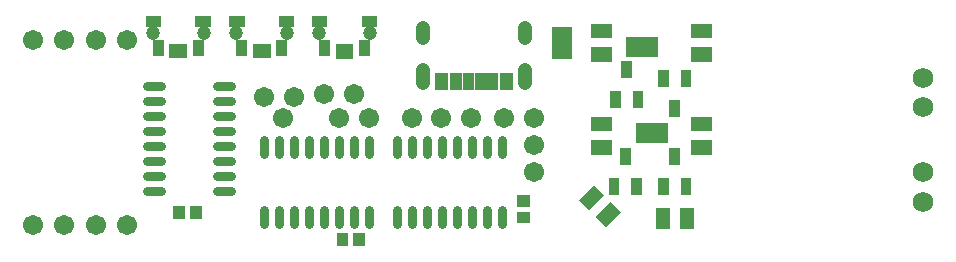
<source format=gts>
G04 Layer: TopSolderMaskLayer*
G04 EasyEDA v6.4.24, 2021-09-25T18:25:05+02:00*
G04 d15503250396465d85bfe37af418053a,f5a38c858c354eb5b90fd3f81420cce3,10*
G04 Gerber Generator version 0.2*
G04 Scale: 100 percent, Rotated: No, Reflected: No *
G04 Dimensions in millimeters *
G04 leading zeros omitted , absolute positions ,4 integer and 5 decimal *
%FSLAX45Y45*%
%MOMM*%

%ADD52C,1.2032*%
%ADD53C,0.8032*%
%ADD54C,1.7032*%
%ADD63R,1.5032X1.2032*%
%ADD64C,1.2000*%
%ADD65C,1.7272*%

%LPD*%
D52*
X4068013Y-184983D02*
G01*
X4068013Y-104983D01*
X4931994Y-184983D02*
G01*
X4931994Y-104983D01*
X4068013Y-569986D02*
G01*
X4068013Y-459986D01*
X4931994Y-569986D02*
G01*
X4931994Y-459986D01*
D53*
X2319980Y-1485900D02*
G01*
X2439979Y-1485900D01*
X2319980Y-1358900D02*
G01*
X2439979Y-1358900D01*
X2319980Y-1231900D02*
G01*
X2439979Y-1231900D01*
X2319980Y-1104900D02*
G01*
X2439979Y-1104900D01*
X2319980Y-977900D02*
G01*
X2439979Y-977900D01*
X2319980Y-850900D02*
G01*
X2439979Y-850900D01*
X2319980Y-723900D02*
G01*
X2439979Y-723900D01*
X2319980Y-596900D02*
G01*
X2439979Y-596900D01*
X1725620Y-1485900D02*
G01*
X1845619Y-1485900D01*
X1725620Y-1358900D02*
G01*
X1845619Y-1358900D01*
X1725620Y-1231900D02*
G01*
X1845619Y-1231900D01*
X1725620Y-1104900D02*
G01*
X1845619Y-1104900D01*
X1725620Y-977900D02*
G01*
X1845619Y-977900D01*
X1725620Y-850900D02*
G01*
X1845619Y-850900D01*
X1725620Y-723900D02*
G01*
X1845619Y-723900D01*
X1725620Y-596900D02*
G01*
X1845619Y-596900D01*
X2717800Y-1646880D02*
G01*
X2717800Y-1766879D01*
X2844800Y-1646880D02*
G01*
X2844800Y-1766879D01*
X2971800Y-1646880D02*
G01*
X2971800Y-1766879D01*
X3098800Y-1646880D02*
G01*
X3098800Y-1766879D01*
X3225800Y-1646880D02*
G01*
X3225800Y-1766879D01*
X3352800Y-1646880D02*
G01*
X3352800Y-1766879D01*
X3479800Y-1646880D02*
G01*
X3479800Y-1766879D01*
X3606800Y-1646880D02*
G01*
X3606800Y-1766879D01*
X2717800Y-1052520D02*
G01*
X2717800Y-1172519D01*
X2844800Y-1052520D02*
G01*
X2844800Y-1172519D01*
X2971800Y-1052520D02*
G01*
X2971800Y-1172519D01*
X3098800Y-1052520D02*
G01*
X3098800Y-1172519D01*
X3225800Y-1052520D02*
G01*
X3225800Y-1172519D01*
X3352800Y-1052520D02*
G01*
X3352800Y-1172519D01*
X3479800Y-1052520D02*
G01*
X3479800Y-1172519D01*
X3606800Y-1052520D02*
G01*
X3606800Y-1172519D01*
X3848100Y-1646880D02*
G01*
X3848100Y-1766879D01*
X3975100Y-1646880D02*
G01*
X3975100Y-1766879D01*
X4102100Y-1646880D02*
G01*
X4102100Y-1766879D01*
X4229100Y-1646880D02*
G01*
X4229100Y-1766879D01*
X4356100Y-1646880D02*
G01*
X4356100Y-1766879D01*
X4483100Y-1646880D02*
G01*
X4483100Y-1766879D01*
X4610100Y-1646880D02*
G01*
X4610100Y-1766879D01*
X4737100Y-1646880D02*
G01*
X4737100Y-1766879D01*
X3848100Y-1052520D02*
G01*
X3848100Y-1172519D01*
X3975100Y-1052520D02*
G01*
X3975100Y-1172519D01*
X4102100Y-1052520D02*
G01*
X4102100Y-1172519D01*
X4229100Y-1052520D02*
G01*
X4229100Y-1172519D01*
X4356100Y-1052520D02*
G01*
X4356100Y-1172519D01*
X4483100Y-1052520D02*
G01*
X4483100Y-1172519D01*
X4610100Y-1052520D02*
G01*
X4610100Y-1172519D01*
X4737100Y-1052520D02*
G01*
X4737100Y-1172519D01*
D54*
G01*
X1028700Y-203200D03*
G01*
X1295400Y-203200D03*
G01*
X762000Y-203200D03*
G01*
X762000Y-1775002D03*
G01*
X1028700Y-1775002D03*
G01*
X1295400Y-1775002D03*
G01*
X1562100Y-1775002D03*
G01*
X1562100Y-203200D03*
G01*
X2717800Y-685800D03*
G01*
X2882900Y-863600D03*
G01*
X2971800Y-685800D03*
G01*
X3225800Y-660400D03*
G01*
X3352800Y-863600D03*
G01*
X3479800Y-660400D03*
G01*
X3606800Y-863600D03*
G01*
X5003800Y-1320800D03*
G01*
X5003800Y-1092200D03*
G01*
X5003800Y-863600D03*
G01*
X4749800Y-863600D03*
G01*
X4470400Y-863600D03*
G01*
X4216400Y-863600D03*
G01*
X3975100Y-863600D03*
G36*
X5160009Y-363728D02*
G01*
X5160009Y-93471D01*
X5330190Y-93471D01*
X5330190Y-363728D01*
G37*
G36*
X1949958Y-1718818D02*
G01*
X1949958Y-1608581D01*
X2050288Y-1608581D01*
X2050288Y-1718818D01*
G37*
G36*
X2089911Y-1718818D02*
G01*
X2089911Y-1608581D01*
X2190241Y-1608581D01*
X2190241Y-1718818D01*
G37*
G36*
X3334258Y-1947418D02*
G01*
X3334258Y-1837181D01*
X3434588Y-1837181D01*
X3434588Y-1947418D01*
G37*
G36*
X3474211Y-1947418D02*
G01*
X3474211Y-1837181D01*
X3574541Y-1837181D01*
X3574541Y-1947418D01*
G37*
G36*
X4859781Y-1618487D02*
G01*
X4859781Y-1518157D01*
X4970018Y-1518157D01*
X4970018Y-1618487D01*
G37*
G36*
X4859781Y-1758442D02*
G01*
X4859781Y-1658112D01*
X4970018Y-1658112D01*
X4970018Y-1758442D01*
G37*
G36*
X5745988Y-531876D02*
G01*
X5745988Y-386587D01*
X5836411Y-386587D01*
X5836411Y-531876D01*
G37*
G36*
X5840984Y-781812D02*
G01*
X5840984Y-636523D01*
X5931408Y-636523D01*
X5931408Y-781812D01*
G37*
G36*
X5650991Y-781812D02*
G01*
X5650991Y-636523D01*
X5741415Y-636523D01*
X5741415Y-781812D01*
G37*
G36*
X5733288Y-1268476D02*
G01*
X5733288Y-1123187D01*
X5823711Y-1123187D01*
X5823711Y-1268476D01*
G37*
G36*
X5828284Y-1518412D02*
G01*
X5828284Y-1373123D01*
X5918708Y-1373123D01*
X5918708Y-1518412D01*
G37*
G36*
X5638291Y-1518412D02*
G01*
X5638291Y-1373123D01*
X5728715Y-1373123D01*
X5728715Y-1518412D01*
G37*
G36*
X5487670Y-1176273D02*
G01*
X5487670Y-1055878D01*
X5662929Y-1055878D01*
X5662929Y-1176273D01*
G37*
G36*
X5487670Y-976121D02*
G01*
X5487670Y-855726D01*
X5662929Y-855726D01*
X5662929Y-976121D01*
G37*
G36*
X5487670Y-388873D02*
G01*
X5487670Y-268478D01*
X5662929Y-268478D01*
X5662929Y-388873D01*
G37*
G36*
X5487670Y-188721D02*
G01*
X5487670Y-68326D01*
X5662929Y-68326D01*
X5662929Y-188721D01*
G37*
G36*
X5472429Y-1646681D02*
G01*
X5387340Y-1561592D01*
X5511291Y-1437639D01*
X5596381Y-1522729D01*
G37*
G36*
X5613908Y-1788160D02*
G01*
X5528818Y-1703070D01*
X5652770Y-1579118D01*
X5737859Y-1664207D01*
G37*
G36*
X6037325Y-1802129D02*
G01*
X6037325Y-1626870D01*
X6157722Y-1626870D01*
X6157722Y-1802129D01*
G37*
G36*
X6237477Y-1802129D02*
G01*
X6237477Y-1626870D01*
X6357874Y-1626870D01*
X6357874Y-1802129D01*
G37*
G36*
X6338570Y-388873D02*
G01*
X6338570Y-268478D01*
X6513829Y-268478D01*
X6513829Y-388873D01*
G37*
G36*
X6338570Y-188721D02*
G01*
X6338570Y-68326D01*
X6513829Y-68326D01*
X6513829Y-188721D01*
G37*
G36*
X6338570Y-1176273D02*
G01*
X6338570Y-1055878D01*
X6513829Y-1055878D01*
X6513829Y-1176273D01*
G37*
G36*
X6338570Y-976121D02*
G01*
X6338570Y-855726D01*
X6513829Y-855726D01*
X6513829Y-976121D01*
G37*
G36*
X6152388Y-858012D02*
G01*
X6152388Y-712723D01*
X6242811Y-712723D01*
X6242811Y-858012D01*
G37*
G36*
X6057391Y-608076D02*
G01*
X6057391Y-462787D01*
X6147815Y-462787D01*
X6147815Y-608076D01*
G37*
G36*
X6247384Y-608076D02*
G01*
X6247384Y-462787D01*
X6337808Y-462787D01*
X6337808Y-608076D01*
G37*
G36*
X6152388Y-1268476D02*
G01*
X6152388Y-1123187D01*
X6242811Y-1123187D01*
X6242811Y-1268476D01*
G37*
G36*
X6247384Y-1518412D02*
G01*
X6247384Y-1373123D01*
X6337808Y-1373123D01*
X6337808Y-1518412D01*
G37*
G36*
X6057391Y-1518412D02*
G01*
X6057391Y-1373123D01*
X6147815Y-1373123D01*
X6147815Y-1518412D01*
G37*
G36*
X1778762Y-342645D02*
G01*
X1778762Y-202437D01*
X1869186Y-202437D01*
X1869186Y-342645D01*
G37*
G36*
X2118613Y-342645D02*
G01*
X2118613Y-202437D01*
X2209038Y-202437D01*
X2209038Y-342645D01*
G37*
G36*
X2138679Y-92710D02*
G01*
X2138679Y-2286D01*
X2268981Y-2286D01*
X2268981Y-92710D01*
G37*
G36*
X1718818Y-92710D02*
G01*
X1718818Y-2286D01*
X1849120Y-2286D01*
X1849120Y-92710D01*
G37*
D63*
G01*
X1993900Y-302488D03*
D64*
G01*
X2208911Y-142519D03*
G01*
X1778888Y-142519D03*
G36*
X2484881Y-342645D02*
G01*
X2484881Y-202437D01*
X2575052Y-202437D01*
X2575052Y-342645D01*
G37*
G36*
X2824734Y-342645D02*
G01*
X2824734Y-202437D01*
X2915158Y-202437D01*
X2915158Y-342645D01*
G37*
G36*
X2844800Y-92710D02*
G01*
X2844800Y-2286D01*
X2975102Y-2286D01*
X2975102Y-92710D01*
G37*
G36*
X2424938Y-92710D02*
G01*
X2424938Y-2286D01*
X2555240Y-2286D01*
X2555240Y-92710D01*
G37*
D63*
G01*
X2699994Y-302488D03*
D64*
G01*
X2915031Y-142519D03*
G01*
X2485009Y-142519D03*
G36*
X3184906Y-342645D02*
G01*
X3184906Y-202437D01*
X3275075Y-202437D01*
X3275075Y-342645D01*
G37*
G36*
X3524758Y-342645D02*
G01*
X3524758Y-202437D01*
X3615181Y-202437D01*
X3615181Y-342645D01*
G37*
G36*
X3544824Y-92710D02*
G01*
X3544824Y-2286D01*
X3675125Y-2286D01*
X3675125Y-92710D01*
G37*
G36*
X3124961Y-92710D02*
G01*
X3124961Y-2286D01*
X3255263Y-2286D01*
X3255263Y-92710D01*
G37*
G36*
X3324859Y-362712D02*
G01*
X3324859Y-242315D01*
X3475227Y-242315D01*
X3475227Y-362712D01*
G37*
G01*
X3615004Y-142519D03*
G01*
X3184982Y-142519D03*
D65*
G01*
X8300008Y-1575003D03*
G01*
X8300008Y-1325016D03*
G01*
X8300008Y-775004D03*
G01*
X8300008Y-525018D03*
G36*
X4719827Y-625094D02*
G01*
X4719827Y-484886D01*
X4830063Y-484886D01*
X4830063Y-625094D01*
G37*
G36*
X4601718Y-625094D02*
G01*
X4601718Y-484886D01*
X4702047Y-484886D01*
X4702047Y-625094D01*
G37*
G36*
X4504943Y-625094D02*
G01*
X4504943Y-484886D01*
X4595113Y-484886D01*
X4595113Y-625094D01*
G37*
G36*
X4404868Y-625094D02*
G01*
X4404868Y-484886D01*
X4495038Y-484886D01*
X4495038Y-625094D01*
G37*
G36*
X4297934Y-625094D02*
G01*
X4297934Y-484886D01*
X4398263Y-484886D01*
X4398263Y-625094D01*
G37*
G36*
X4169918Y-625094D02*
G01*
X4169918Y-484886D01*
X4280154Y-484886D01*
X4280154Y-625094D01*
G37*
G36*
X5783072Y-351789D02*
G01*
X5783072Y-181610D01*
X6053327Y-181610D01*
X6053327Y-351789D01*
G37*
G36*
X5871972Y-1075689D02*
G01*
X5871972Y-905510D01*
X6142227Y-905510D01*
X6142227Y-1075689D01*
G37*
M02*

</source>
